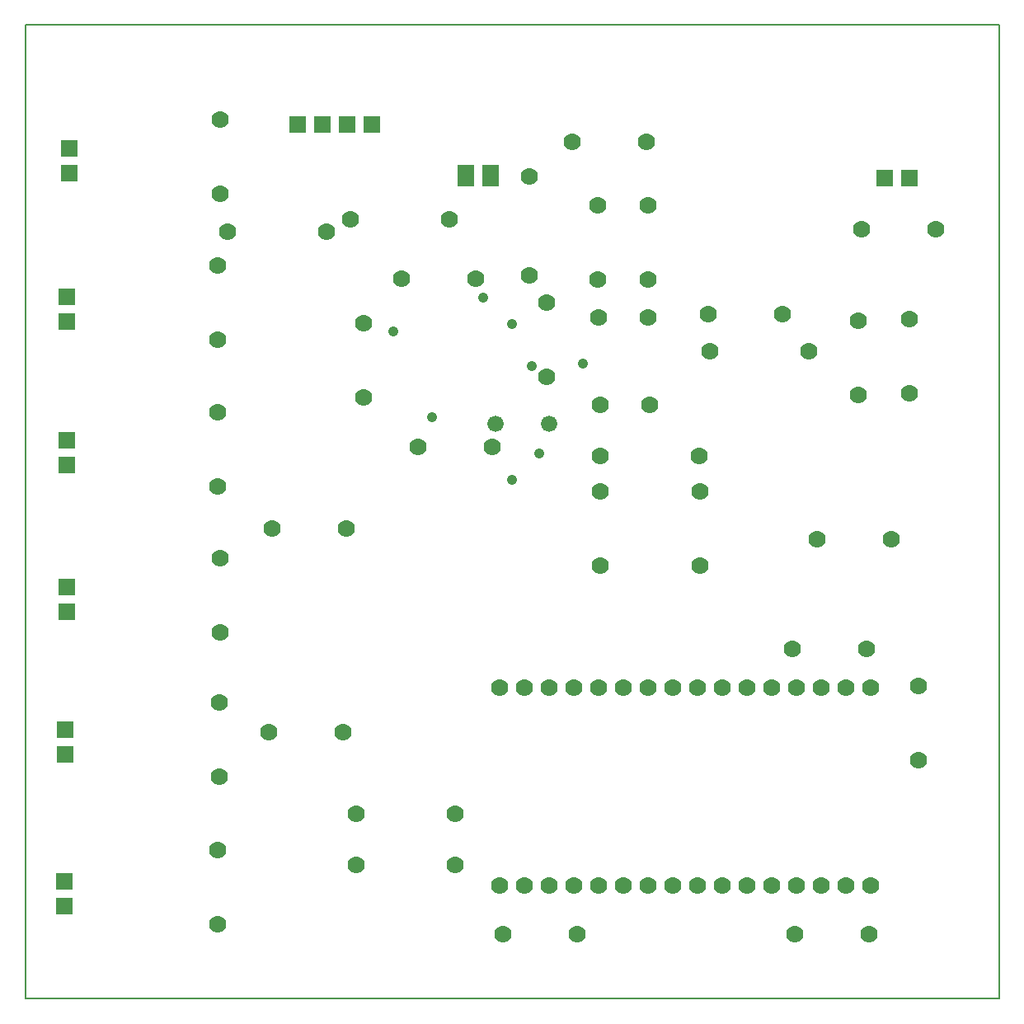
<source format=gbr>
%FSLAX23Y23*%
%MOIN*%
G04 EasyPC Gerber Version 12.0.1 Build 2704 *
%ADD24R,0.07000X0.09000*%
%ADD26R,0.07000X0.07000*%
%ADD95C,0.00800*%
%ADD74C,0.04200*%
%ADD75C,0.06600*%
%ADD72C,0.07000*%
%ADD25C,0.07000*%
X0Y0D02*
D02*
D24*
X1925Y3331D03*
X1825D03*
D02*
D25*
X3726Y3114D03*
X3657Y969D03*
Y1269D03*
X3618Y2450D03*
Y2750D03*
X3545Y1860D03*
X3456Y266D03*
X3447Y1417D03*
X3426Y3114D03*
X3411Y2445D03*
Y2745D03*
X3245Y1860D03*
X3211Y2622D03*
X3156Y266D03*
X3147Y1417D03*
X3106Y2770D03*
X2811Y2622D03*
X2806Y2770D03*
X2771Y1756D03*
Y2056D03*
X2768Y2199D03*
X2568Y2406D03*
X2564Y2758D03*
Y2911D03*
Y3211D03*
X2555Y3469D03*
X2368Y1756D03*
Y2056D03*
Y2199D03*
Y2406D03*
X2364Y2758D03*
X2358Y2911D03*
Y3211D03*
X2275Y266D03*
X2255Y3469D03*
X2151Y2517D03*
Y2817D03*
X2082Y2929D03*
Y3329D03*
X1975Y266D03*
X1931Y2234D03*
X1865Y2915D03*
X1784Y545D03*
Y752D03*
X1758Y3154D03*
X1631Y2234D03*
X1565Y2915D03*
X1413Y2435D03*
Y2735D03*
X1384Y545D03*
Y752D03*
X1358Y3154D03*
X1344Y1904D03*
X1330Y1083D03*
X1262Y3104D03*
X1044Y1904D03*
X1030Y1083D03*
X862Y3104D03*
X832Y1485D03*
Y1785D03*
Y3257D03*
Y3557D03*
X830Y903D03*
Y1203D03*
X823Y304D03*
Y604D03*
Y2076D03*
Y2376D03*
Y2667D03*
Y2967D03*
D02*
D26*
X3619Y3321D03*
X3519D03*
X1447Y3537D03*
X1347D03*
X1247D03*
X1147D03*
X222Y3341D03*
Y3441D03*
X212Y1569D03*
Y1669D03*
Y2160D03*
Y2260D03*
Y2740D03*
Y2840D03*
X206Y992D03*
Y1092D03*
X203Y378D03*
Y478D03*
D02*
D72*
X3462Y460D03*
Y1260D03*
X3362Y460D03*
Y1260D03*
X3262Y460D03*
Y1260D03*
X3162Y460D03*
Y1260D03*
X3062Y460D03*
Y1260D03*
X2962Y460D03*
Y1260D03*
X2862Y460D03*
Y1260D03*
X2762Y460D03*
Y1260D03*
X2662Y460D03*
Y1260D03*
X2562Y460D03*
Y1260D03*
X2462Y460D03*
Y1260D03*
X2362Y460D03*
Y1260D03*
X2262Y460D03*
Y1260D03*
X2162Y460D03*
Y1260D03*
X2062Y460D03*
Y1260D03*
X1962Y460D03*
Y1260D03*
D02*
D74*
X2299Y2573D03*
X2122Y2209D03*
X2092Y2563D03*
X2014Y2100D03*
Y2730D03*
X1895Y2839D03*
X1689Y2356D03*
X1531Y2701D03*
D02*
D75*
X2161Y2327D03*
X1945D03*
D02*
D95*
X3982Y4D02*
X45D01*
Y3941*
X3982*
Y4*
X0Y0D02*
M02*

</source>
